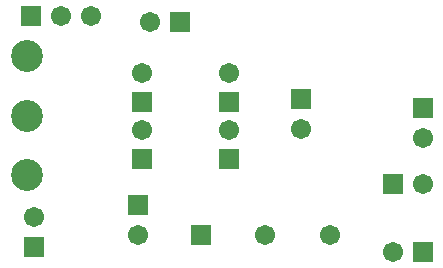
<source format=gts>
G04*
G04 #@! TF.GenerationSoftware,Altium Limited,Altium Designer,20.0.13 (296)*
G04*
G04 Layer_Color=8388736*
%FSLAX44Y44*%
%MOMM*%
G71*
G01*
G75*
%ADD14R,1.7032X1.7032*%
%ADD15C,1.7032*%
%ADD16R,1.7032X1.7032*%
%ADD17C,2.7032*%
D14*
X381000Y27940D02*
D03*
X175737Y222122D02*
D03*
X355600Y85090D02*
D03*
X49530Y227330D02*
D03*
X193040Y42038D02*
D03*
D15*
X355600Y27940D02*
D03*
X52070Y57150D02*
D03*
X381000Y124460D02*
D03*
X278130Y132080D02*
D03*
X150337Y222122D02*
D03*
X381000Y85090D02*
D03*
X139797Y41910D02*
D03*
X74930Y227330D02*
D03*
X143510Y130810D02*
D03*
Y179070D02*
D03*
X217170D02*
D03*
Y130810D02*
D03*
X302260Y42038D02*
D03*
X247650D02*
D03*
X99930Y227330D02*
D03*
D16*
X52070Y31750D02*
D03*
X381000Y149860D02*
D03*
X278130Y157480D02*
D03*
X139797Y67310D02*
D03*
X143510Y106680D02*
D03*
Y154940D02*
D03*
X217170D02*
D03*
Y106680D02*
D03*
D17*
X45720Y92710D02*
D03*
Y142910D02*
D03*
Y193110D02*
D03*
M02*

</source>
